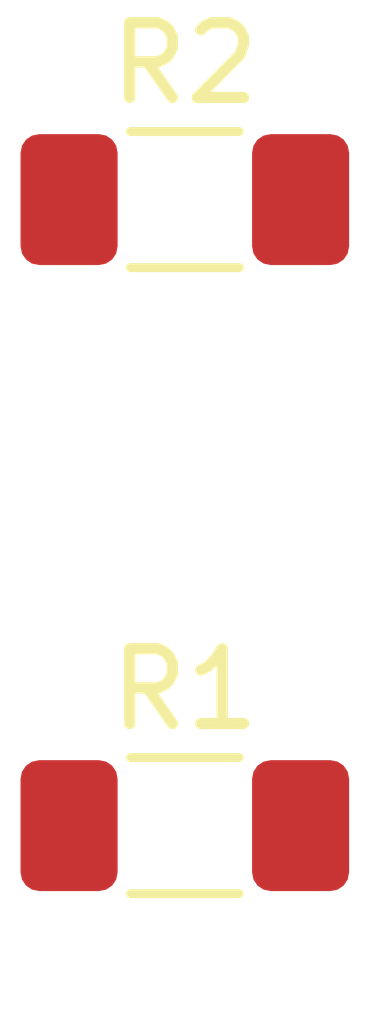
<source format=kicad_pcb>
(kicad_pcb (version 20211014) (generator pcbnew)
  (layers (0 "F.Cu" signal) (31 "B.Cu" signal) (34 "B.Paste" user) (35 "F.Paste" user) (36 "B.SilkS" user "B.Silkscreen") (37 "F.SilkS" user "F.Silkscreen") (38 "B.Mask" user) (39 "F.Mask" user) (44 "Edge.Cuts" user))
  (net 0 "")
  (net 1 "/AAA")
  (footprint "Resistor_SMD:R_1206_3216Metric_Pad1.30x1.75mm_HandSolder" (layer "F.Cu") (at 132.08 86.36)
    (fp_text reference "R1" (at 0 -1.82) (layer "F.SilkS"))
    (fp_text value "R")
    (fp_line (start -0.727064 0.91) (end 0.727064 0.91) (layer "F.SilkS") (width 0.12))
    (fp_line (start -0.727064 -0.91) (end 0.727064 -0.91) (layer "F.SilkS") (width 0.12))
    (pad "1" smd roundrect (at -1.55 0) (size 1.3 1.75) (layers "F.Cu" "F.Paste" "F.Mask") (roundrect_rratio 0.192308) (net 1 "/AAA"))
    (pad "2" smd roundrect (at 1.55 0) (size 1.3 1.75) (layers "F.Cu" "F.Paste" "F.Mask") (roundrect_rratio 0.192308))
  )
  (footprint "Resistor_SMD:R_1206_3216Metric_Pad1.30x1.75mm_HandSolder" (layer "F.Cu") (at 132.08 77.99)
    (fp_text reference "R2" (at 0 -1.82) (layer "F.SilkS"))
    (fp_text value "R")
    (fp_line (start -0.727064 -0.91) (end 0.727064 -0.91) (layer "F.SilkS") (width 0.12))
    (fp_line (start -0.727064 0.91) (end 0.727064 0.91) (layer "F.SilkS") (width 0.12))
    (pad "1" smd roundrect (at -1.55 0) (size 1.3 1.75) (layers "F.Cu" "F.Paste" "F.Mask") (roundrect_rratio 0.192308) (net 1 "/AAA"))
    (pad "2" smd roundrect (at 1.55 0) (size 1.3 1.75) (layers "F.Cu" "F.Paste" "F.Mask") (roundrect_rratio 0.192308))
  )
)
</source>
